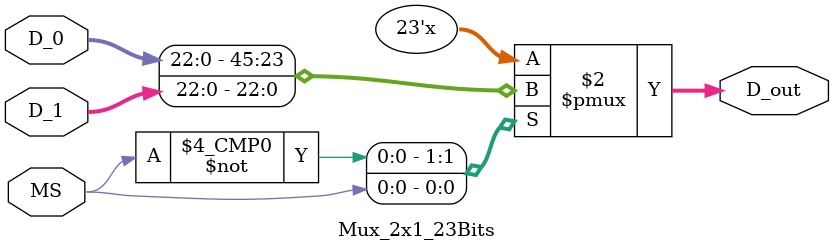
<source format=v>
`timescale 1ns / 1ps


module Mux_2x1_23Bits #(parameter M=23) //MULTIPLEXOR 2X1 DE 23 BITS 
(
//Input Signals
input wire MS, // SELECTOR
input wire [M-1:0] D_0, //DATO DE EN LA ENTRADA 0
input wire [M-1:0] D_1, //DATO DE EN LA ENTRADA 1

//Output Signals
output reg [M-1:0] D_out //SALIDA 
);

    always @*
        begin
            case(MS)
                1'b0: D_out = D_0;
                1'b1: D_out = D_1;
                default : D_out = D_0;
            endcase
        end

endmodule

</source>
